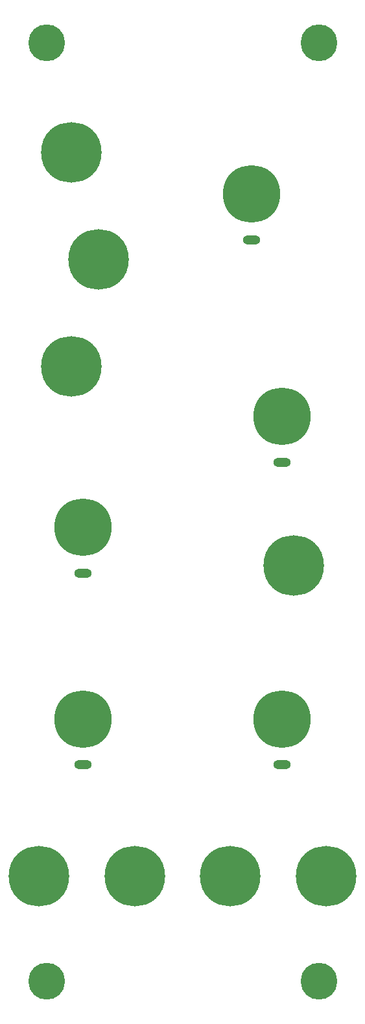
<source format=gbr>
G04 #@! TF.GenerationSoftware,KiCad,Pcbnew,5.1.10-88a1d61d58~88~ubuntu20.04.1*
G04 #@! TF.CreationDate,2021-04-30T11:29:13-07:00*
G04 #@! TF.ProjectId,foundationPanel,666f756e-6461-4746-996f-6e50616e656c,rev?*
G04 #@! TF.SameCoordinates,Original*
G04 #@! TF.FileFunction,Soldermask,Bot*
G04 #@! TF.FilePolarity,Negative*
%FSLAX46Y46*%
G04 Gerber Fmt 4.6, Leading zero omitted, Abs format (unit mm)*
G04 Created by KiCad (PCBNEW 5.1.10-88a1d61d58~88~ubuntu20.04.1) date 2021-04-30 11:29:13*
%MOMM*%
%LPD*%
G01*
G04 APERTURE LIST*
%ADD10O,2.300000X1.200000*%
%ADD11C,7.500000*%
%ADD12C,7.900000*%
%ADD13C,4.800000*%
G04 APERTURE END LIST*
D10*
X11000000Y22000000D03*
D11*
X11000000Y28000000D03*
D10*
X37000000Y61500000D03*
D11*
X37000000Y67500000D03*
D10*
X37000000Y22000000D03*
D11*
X37000000Y28000000D03*
D10*
X11000000Y47000000D03*
D11*
X11000000Y53000000D03*
D10*
X33000000Y90500000D03*
D11*
X33000000Y96500000D03*
D12*
X42750000Y7500000D03*
X13000000Y88000000D03*
X9500000Y74000000D03*
X38500000Y48000000D03*
X5250000Y7500000D03*
X17750000Y7500000D03*
X30250000Y7500000D03*
X9500000Y102000000D03*
D13*
X41810000Y116250000D03*
X41810000Y-6250000D03*
X6250000Y116250000D03*
X6250000Y-6250000D03*
M02*

</source>
